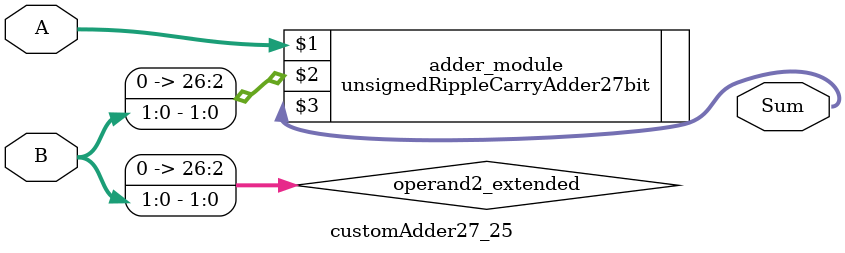
<source format=v>

module customAdder27_25(
                    input [26 : 0] A,
                    input [1 : 0] B,
                    
                    output [27 : 0] Sum
            );

    wire [26 : 0] operand2_extended;
    
    assign operand2_extended =  {25'b0, B};
    
    unsignedRippleCarryAdder27bit adder_module(
        A,
        operand2_extended,
        Sum
    );
    
endmodule
        
</source>
